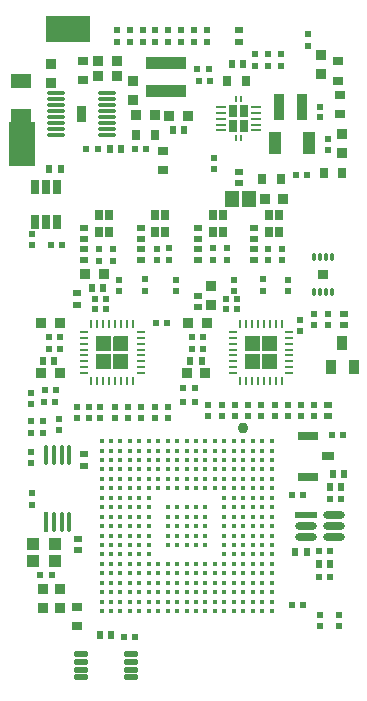
<source format=gtp>
G04*
G04 #@! TF.GenerationSoftware,Altium Limited,Altium Designer,22.8.2 (66)*
G04*
G04 Layer_Color=8421504*
%FSLAX25Y25*%
%MOIN*%
G70*
G04*
G04 #@! TF.SameCoordinates,FBB38BD8-B248-4C14-88E0-E7BD1AE39475*
G04*
G04*
G04 #@! TF.FilePolarity,Positive*
G04*
G01*
G75*
%ADD26R,0.02677X0.04134*%
%ADD27R,0.01024X0.01968*%
G04:AMPARAMS|DCode=28|XSize=25.59mil|YSize=47.24mil|CornerRadius=1.92mil|HoleSize=0mil|Usage=FLASHONLY|Rotation=180.000|XOffset=0mil|YOffset=0mil|HoleType=Round|Shape=RoundedRectangle|*
%AMROUNDEDRECTD28*
21,1,0.02559,0.04341,0,0,180.0*
21,1,0.02175,0.04724,0,0,180.0*
1,1,0.00384,-0.01088,0.02170*
1,1,0.00384,0.01088,0.02170*
1,1,0.00384,0.01088,-0.02170*
1,1,0.00384,-0.01088,-0.02170*
%
%ADD28ROUNDEDRECTD28*%
%ADD29R,0.06890X0.04724*%
%ADD30R,0.02362X0.02520*%
%ADD31R,0.02520X0.02362*%
G04:AMPARAMS|DCode=32|XSize=43.31mil|YSize=39.37mil|CornerRadius=2.36mil|HoleSize=0mil|Usage=FLASHONLY|Rotation=180.000|XOffset=0mil|YOffset=0mil|HoleType=Round|Shape=RoundedRectangle|*
%AMROUNDEDRECTD32*
21,1,0.04331,0.03465,0,0,180.0*
21,1,0.03858,0.03937,0,0,180.0*
1,1,0.00472,-0.01929,0.01732*
1,1,0.00472,0.01929,0.01732*
1,1,0.00472,0.01929,-0.01732*
1,1,0.00472,-0.01929,-0.01732*
%
%ADD32ROUNDEDRECTD32*%
%ADD33R,0.02300X0.02000*%
%ADD34R,0.08700X0.14700*%
%ADD35R,0.14700X0.08700*%
%ADD36C,0.01575*%
%ADD37R,0.01968X0.02165*%
%ADD38R,0.03740X0.03347*%
%ADD39R,0.03740X0.02953*%
%ADD40R,0.02000X0.02300*%
%ADD41R,0.03200X0.04600*%
%ADD42R,0.04545X0.05339*%
%ADD43R,0.02165X0.01968*%
%ADD44R,0.03347X0.03740*%
%ADD45R,0.02362X0.02165*%
G04:AMPARAMS|DCode=46|XSize=65.17mil|YSize=14.99mil|CornerRadius=7.5mil|HoleSize=0mil|Usage=FLASHONLY|Rotation=90.000|XOffset=0mil|YOffset=0mil|HoleType=Round|Shape=RoundedRectangle|*
%AMROUNDEDRECTD46*
21,1,0.06517,0.00000,0,0,90.0*
21,1,0.05018,0.01499,0,0,90.0*
1,1,0.01499,0.00000,0.02509*
1,1,0.01499,0.00000,-0.02509*
1,1,0.01499,0.00000,-0.02509*
1,1,0.01499,0.00000,0.02509*
%
%ADD46ROUNDEDRECTD46*%
%ADD47R,0.01499X0.06517*%
G04:AMPARAMS|DCode=48|XSize=9.84mil|YSize=23.62mil|CornerRadius=1.97mil|HoleSize=0mil|Usage=FLASHONLY|Rotation=180.000|XOffset=0mil|YOffset=0mil|HoleType=Round|Shape=RoundedRectangle|*
%AMROUNDEDRECTD48*
21,1,0.00984,0.01968,0,0,180.0*
21,1,0.00591,0.02362,0,0,180.0*
1,1,0.00394,-0.00295,0.00984*
1,1,0.00394,0.00295,0.00984*
1,1,0.00394,0.00295,-0.00984*
1,1,0.00394,-0.00295,-0.00984*
%
%ADD48ROUNDEDRECTD48*%
G04:AMPARAMS|DCode=49|XSize=23.62mil|YSize=9.84mil|CornerRadius=1.97mil|HoleSize=0mil|Usage=FLASHONLY|Rotation=180.000|XOffset=0mil|YOffset=0mil|HoleType=Round|Shape=RoundedRectangle|*
%AMROUNDEDRECTD49*
21,1,0.02362,0.00591,0,0,180.0*
21,1,0.01968,0.00984,0,0,180.0*
1,1,0.00394,-0.00984,0.00295*
1,1,0.00394,0.00984,0.00295*
1,1,0.00394,0.00984,-0.00295*
1,1,0.00394,-0.00984,-0.00295*
%
%ADD49ROUNDEDRECTD49*%
G04:AMPARAMS|DCode=50|XSize=9.06mil|YSize=31.5mil|CornerRadius=1mil|HoleSize=0mil|Usage=FLASHONLY|Rotation=90.000|XOffset=0mil|YOffset=0mil|HoleType=Round|Shape=RoundedRectangle|*
%AMROUNDEDRECTD50*
21,1,0.00906,0.02950,0,0,90.0*
21,1,0.00706,0.03150,0,0,90.0*
1,1,0.00200,0.01475,0.00353*
1,1,0.00200,0.01475,-0.00353*
1,1,0.00200,-0.01475,-0.00353*
1,1,0.00200,-0.01475,0.00353*
%
%ADD50ROUNDEDRECTD50*%
%ADD51R,0.02953X0.03543*%
%ADD52R,0.03543X0.02953*%
%ADD53R,0.03347X0.09055*%
%ADD54R,0.13386X0.03858*%
G04:AMPARAMS|DCode=55|XSize=57.09mil|YSize=11.02mil|CornerRadius=1.38mil|HoleSize=0mil|Usage=FLASHONLY|Rotation=0.000|XOffset=0mil|YOffset=0mil|HoleType=Round|Shape=RoundedRectangle|*
%AMROUNDEDRECTD55*
21,1,0.05709,0.00827,0,0,0.0*
21,1,0.05433,0.01102,0,0,0.0*
1,1,0.00276,0.02717,-0.00413*
1,1,0.00276,-0.02717,-0.00413*
1,1,0.00276,-0.02717,0.00413*
1,1,0.00276,0.02717,0.00413*
%
%ADD55ROUNDEDRECTD55*%
G04:AMPARAMS|DCode=56|XSize=27.95mil|YSize=10.63mil|CornerRadius=3.72mil|HoleSize=0mil|Usage=FLASHONLY|Rotation=270.000|XOffset=0mil|YOffset=0mil|HoleType=Round|Shape=RoundedRectangle|*
%AMROUNDEDRECTD56*
21,1,0.02795,0.00319,0,0,270.0*
21,1,0.02051,0.01063,0,0,270.0*
1,1,0.00744,-0.00160,-0.01026*
1,1,0.00744,-0.00160,0.01026*
1,1,0.00744,0.00160,0.01026*
1,1,0.00744,0.00160,-0.01026*
%
%ADD56ROUNDEDRECTD56*%
%ADD57R,0.07301X0.02410*%
G04:AMPARAMS|DCode=58|XSize=73.01mil|YSize=24.1mil|CornerRadius=12.05mil|HoleSize=0mil|Usage=FLASHONLY|Rotation=0.000|XOffset=0mil|YOffset=0mil|HoleType=Round|Shape=RoundedRectangle|*
%AMROUNDEDRECTD58*
21,1,0.07301,0.00000,0,0,0.0*
21,1,0.04891,0.02410,0,0,0.0*
1,1,0.02410,0.02445,0.00000*
1,1,0.02410,-0.02445,0.00000*
1,1,0.02410,-0.02445,0.00000*
1,1,0.02410,0.02445,0.00000*
%
%ADD58ROUNDEDRECTD58*%
G04:AMPARAMS|DCode=59|XSize=17.72mil|YSize=45.28mil|CornerRadius=1.95mil|HoleSize=0mil|Usage=FLASHONLY|Rotation=270.000|XOffset=0mil|YOffset=0mil|HoleType=Round|Shape=RoundedRectangle|*
%AMROUNDEDRECTD59*
21,1,0.01772,0.04138,0,0,270.0*
21,1,0.01382,0.04528,0,0,270.0*
1,1,0.00390,-0.02069,-0.00691*
1,1,0.00390,-0.02069,0.00691*
1,1,0.00390,0.02069,0.00691*
1,1,0.00390,0.02069,-0.00691*
%
%ADD59ROUNDEDRECTD59*%
%ADD60R,0.04331X0.03150*%
%ADD61R,0.06693X0.03150*%
%ADD62R,0.02559X0.03347*%
%ADD63C,0.03637*%
%ADD64R,0.04464X0.07200*%
%ADD65R,0.03100X0.03700*%
G36*
X27610Y189720D02*
X24358D01*
Y195319D01*
X27610D01*
Y189720D01*
D02*
G37*
G36*
X108228Y137343D02*
X104764D01*
Y140571D01*
X108228D01*
Y137343D01*
D02*
G37*
G36*
X91135Y118356D02*
X91190Y118300D01*
X91220Y118228D01*
Y118189D01*
Y113583D01*
Y113543D01*
X91190Y113471D01*
X91135Y113416D01*
X91063Y113386D01*
X86378D01*
X86306Y113416D01*
X86250Y113471D01*
X86221Y113543D01*
Y113583D01*
Y118189D01*
Y118228D01*
X86250Y118300D01*
X86306Y118356D01*
X86378Y118386D01*
X91063D01*
X91135Y118356D01*
D02*
G37*
G36*
X85348D02*
X85403Y118300D01*
X85433Y118228D01*
Y118189D01*
Y113583D01*
Y113543D01*
X85403Y113471D01*
X85348Y113416D01*
X85275Y113386D01*
X80591D01*
X80518Y113416D01*
X80463Y113471D01*
X80433Y113543D01*
Y113583D01*
Y118189D01*
Y118228D01*
X80463Y118300D01*
X80518Y118356D01*
X80591Y118386D01*
X85275D01*
X85348Y118356D01*
D02*
G37*
G36*
X41529D02*
X41584Y118300D01*
X41614Y118228D01*
Y118189D01*
Y113583D01*
Y113543D01*
X41584Y113471D01*
X41529Y113416D01*
X41456Y113386D01*
X36772D01*
X36700Y113416D01*
X36644Y113471D01*
X36614Y113543D01*
Y113583D01*
Y118189D01*
Y118228D01*
X36644Y118300D01*
X36700Y118356D01*
X36772Y118386D01*
X41456D01*
X41529Y118356D01*
D02*
G37*
G36*
X35741D02*
X35797Y118300D01*
X35827Y118228D01*
Y118189D01*
Y113583D01*
Y113543D01*
X35797Y113471D01*
X35741Y113416D01*
X35669Y113386D01*
X30985D01*
X30912Y113416D01*
X30857Y113471D01*
X30827Y113543D01*
Y113583D01*
Y118189D01*
Y118228D01*
X30857Y118300D01*
X30912Y118356D01*
X30985Y118386D01*
X35669D01*
X35741Y118356D01*
D02*
G37*
G36*
X91135Y112568D02*
X91190Y112513D01*
X91220Y112441D01*
Y112402D01*
Y107795D01*
Y107756D01*
X91190Y107684D01*
X91135Y107628D01*
X91063Y107598D01*
X86378D01*
X86306Y107628D01*
X86250Y107684D01*
X86221Y107756D01*
Y107795D01*
Y112402D01*
Y112441D01*
X86250Y112513D01*
X86306Y112568D01*
X86378Y112598D01*
X91063D01*
X91135Y112568D01*
D02*
G37*
G36*
X85348D02*
X85403Y112513D01*
X85433Y112441D01*
Y112402D01*
Y107795D01*
Y107756D01*
X85403Y107684D01*
X85348Y107628D01*
X85275Y107598D01*
X80591D01*
X80518Y107628D01*
X80463Y107684D01*
X80433Y107756D01*
Y107795D01*
Y112402D01*
Y112441D01*
X80463Y112513D01*
X80518Y112568D01*
X80591Y112598D01*
X85275D01*
X85348Y112568D01*
D02*
G37*
G36*
X41529D02*
X41584Y112513D01*
X41614Y112441D01*
Y112402D01*
Y107795D01*
Y107756D01*
X41584Y107684D01*
X41529Y107628D01*
X41456Y107598D01*
X36772D01*
X36700Y107628D01*
X36644Y107684D01*
X36614Y107756D01*
Y107795D01*
Y112402D01*
Y112441D01*
X36644Y112513D01*
X36700Y112568D01*
X36772Y112598D01*
X41456D01*
X41529Y112568D01*
D02*
G37*
G36*
X35741D02*
X35797Y112513D01*
X35827Y112441D01*
Y112402D01*
Y107795D01*
Y107756D01*
X35797Y107684D01*
X35741Y107628D01*
X35669Y107598D01*
X30985D01*
X30912Y107628D01*
X30857Y107684D01*
X30827Y107756D01*
Y107795D01*
Y112402D01*
Y112441D01*
X30857Y112513D01*
X30912Y112568D01*
X30985Y112598D01*
X35669D01*
X35741Y112568D01*
D02*
G37*
D26*
X76575Y193445D02*
D03*
X80118D02*
D03*
Y188445D02*
D03*
X76575D02*
D03*
D27*
X77362Y197362D02*
D03*
X79331D02*
D03*
Y184528D02*
D03*
X77362D02*
D03*
D28*
X10360Y168207D02*
D03*
X14100D02*
D03*
X17840D02*
D03*
Y156593D02*
D03*
X14100D02*
D03*
X10360D02*
D03*
D29*
X5900Y191991D02*
D03*
Y203409D02*
D03*
D30*
X16968Y110236D02*
D03*
X13189D02*
D03*
X32010Y18700D02*
D03*
X35790D02*
D03*
X39291Y180709D02*
D03*
X35512D02*
D03*
X33190Y134500D02*
D03*
X29410D02*
D03*
X19090Y174300D02*
D03*
X15310D02*
D03*
X105197Y42520D02*
D03*
X108976D02*
D03*
X97323Y46457D02*
D03*
X101102D02*
D03*
X108740Y68110D02*
D03*
X112520D02*
D03*
X62283Y110236D02*
D03*
X66063D02*
D03*
X109803Y72441D02*
D03*
X113583D02*
D03*
X79843Y209055D02*
D03*
X76063D02*
D03*
X56389Y187019D02*
D03*
X60168D02*
D03*
D31*
X24900Y47110D02*
D03*
Y50890D02*
D03*
X24500Y128910D02*
D03*
Y132690D02*
D03*
X78347Y216614D02*
D03*
Y220394D02*
D03*
X113386Y122126D02*
D03*
Y125906D02*
D03*
X64961Y128110D02*
D03*
Y131890D02*
D03*
X83465Y147559D02*
D03*
Y143780D02*
D03*
Y150866D02*
D03*
Y154646D02*
D03*
X64961Y150866D02*
D03*
Y154646D02*
D03*
Y147559D02*
D03*
Y143780D02*
D03*
X45669Y150866D02*
D03*
Y154646D02*
D03*
Y147559D02*
D03*
Y143780D02*
D03*
X26772Y147559D02*
D03*
Y143780D02*
D03*
Y150866D02*
D03*
Y154646D02*
D03*
X26772Y79055D02*
D03*
Y75276D02*
D03*
X108268Y95591D02*
D03*
Y91811D02*
D03*
X78347Y169370D02*
D03*
Y173150D02*
D03*
D32*
X17081Y49266D02*
D03*
X9994D02*
D03*
X17081Y43360D02*
D03*
X9994D02*
D03*
D33*
X83858Y212330D02*
D03*
Y208530D02*
D03*
X13100Y86200D02*
D03*
Y90000D02*
D03*
X101600Y215200D02*
D03*
Y219000D02*
D03*
X90382Y91801D02*
D03*
Y95601D02*
D03*
X81609Y95601D02*
D03*
Y91801D02*
D03*
X111700Y25522D02*
D03*
Y21722D02*
D03*
X105512Y25522D02*
D03*
Y21722D02*
D03*
X85996Y95601D02*
D03*
Y91801D02*
D03*
X68110Y95601D02*
D03*
Y91801D02*
D03*
X54724Y94813D02*
D03*
Y91013D02*
D03*
X103543Y95601D02*
D03*
Y91801D02*
D03*
X99156Y95601D02*
D03*
Y91801D02*
D03*
X94769Y95601D02*
D03*
Y91801D02*
D03*
X77222Y95601D02*
D03*
Y91801D02*
D03*
X72835Y95601D02*
D03*
Y91801D02*
D03*
X37177Y94813D02*
D03*
Y91013D02*
D03*
X50337Y94813D02*
D03*
Y91013D02*
D03*
X41563Y94813D02*
D03*
Y91013D02*
D03*
X32283Y94813D02*
D03*
Y91013D02*
D03*
X24409Y94813D02*
D03*
Y91013D02*
D03*
X45950Y94813D02*
D03*
Y91013D02*
D03*
X9055Y99538D02*
D03*
Y95738D02*
D03*
X69685Y147687D02*
D03*
Y143887D02*
D03*
X74410Y147687D02*
D03*
Y143887D02*
D03*
X55118Y147687D02*
D03*
Y143887D02*
D03*
X51181Y147569D02*
D03*
Y143769D02*
D03*
X47244Y133533D02*
D03*
Y137333D02*
D03*
X36614Y147452D02*
D03*
Y143652D02*
D03*
X31890Y147452D02*
D03*
Y143652D02*
D03*
X88189Y147569D02*
D03*
Y143769D02*
D03*
X92713Y147569D02*
D03*
Y143769D02*
D03*
X86614Y133533D02*
D03*
Y137333D02*
D03*
X108268Y184184D02*
D03*
Y180384D02*
D03*
X70079Y177884D02*
D03*
Y174084D02*
D03*
X54724Y220404D02*
D03*
Y216604D02*
D03*
X63386Y220404D02*
D03*
Y216604D02*
D03*
X92520Y212330D02*
D03*
Y208530D02*
D03*
X88189Y212330D02*
D03*
Y208530D02*
D03*
X50394Y220404D02*
D03*
Y216604D02*
D03*
X46457Y220404D02*
D03*
Y216604D02*
D03*
X9400Y148700D02*
D03*
Y152500D02*
D03*
X28403Y91013D02*
D03*
Y94813D02*
D03*
X9055Y79853D02*
D03*
Y76053D02*
D03*
X9449Y66073D02*
D03*
Y62273D02*
D03*
X18504Y90876D02*
D03*
Y87076D02*
D03*
X9055Y90000D02*
D03*
Y86200D02*
D03*
X42100Y220400D02*
D03*
Y216600D02*
D03*
X37800Y220400D02*
D03*
Y216600D02*
D03*
X67716Y216604D02*
D03*
Y220404D02*
D03*
X59055D02*
D03*
Y216604D02*
D03*
D34*
X6100Y182600D02*
D03*
D35*
X21400Y220700D02*
D03*
D36*
X32677Y83465D02*
D03*
X35827D02*
D03*
X38976D02*
D03*
X42126D02*
D03*
X45276D02*
D03*
X48425D02*
D03*
X51575D02*
D03*
X54724D02*
D03*
X57874D02*
D03*
X61024D02*
D03*
X64173D02*
D03*
X67323D02*
D03*
X70472D02*
D03*
X73622D02*
D03*
X76772D02*
D03*
X79921D02*
D03*
X83071D02*
D03*
X86221D02*
D03*
X89370D02*
D03*
X32677Y80315D02*
D03*
X35827D02*
D03*
X38976D02*
D03*
X42126D02*
D03*
X45276D02*
D03*
X48425D02*
D03*
X51575D02*
D03*
X54724D02*
D03*
X57874D02*
D03*
X61024D02*
D03*
X64173D02*
D03*
X67323D02*
D03*
X70472D02*
D03*
X73622D02*
D03*
X76772D02*
D03*
X79921D02*
D03*
X83071D02*
D03*
X86221D02*
D03*
X89370D02*
D03*
X32677Y77165D02*
D03*
X35827D02*
D03*
X38976D02*
D03*
X42126D02*
D03*
X45276D02*
D03*
X48425D02*
D03*
X51575D02*
D03*
X54724D02*
D03*
X57874D02*
D03*
X61024D02*
D03*
X64173D02*
D03*
X67323D02*
D03*
X70472D02*
D03*
X73622D02*
D03*
X76772D02*
D03*
X79921D02*
D03*
X83071D02*
D03*
X86221D02*
D03*
X89370D02*
D03*
X32677Y74016D02*
D03*
X35827D02*
D03*
X38976D02*
D03*
X42126D02*
D03*
X45276D02*
D03*
X48425D02*
D03*
X51575D02*
D03*
X54724D02*
D03*
X57874D02*
D03*
X61024D02*
D03*
X64173D02*
D03*
X67323D02*
D03*
X70472D02*
D03*
X73622D02*
D03*
X76772D02*
D03*
X79921D02*
D03*
X83071D02*
D03*
X86221D02*
D03*
X89370D02*
D03*
X32677Y70866D02*
D03*
X35827D02*
D03*
X38976D02*
D03*
X42126D02*
D03*
X45276D02*
D03*
X48425D02*
D03*
X51575D02*
D03*
X54724D02*
D03*
X57874D02*
D03*
X61024D02*
D03*
X64173D02*
D03*
X67323D02*
D03*
X70472D02*
D03*
X73622D02*
D03*
X76772D02*
D03*
X79921D02*
D03*
X83071D02*
D03*
X86221D02*
D03*
X89370D02*
D03*
X32677Y67716D02*
D03*
X35827D02*
D03*
X38976D02*
D03*
X42126D02*
D03*
X45276D02*
D03*
X48425D02*
D03*
X51575D02*
D03*
X54724D02*
D03*
X57874D02*
D03*
X61024D02*
D03*
X64173D02*
D03*
X67323D02*
D03*
X70472D02*
D03*
X73622D02*
D03*
X76772D02*
D03*
X79921D02*
D03*
X83071D02*
D03*
X86221D02*
D03*
X89370D02*
D03*
X32677Y64567D02*
D03*
X35827D02*
D03*
X38976D02*
D03*
X42126D02*
D03*
X45276D02*
D03*
X48425D02*
D03*
X73622D02*
D03*
X76772D02*
D03*
X79921D02*
D03*
X83071D02*
D03*
X86221D02*
D03*
X89370D02*
D03*
X32677Y61417D02*
D03*
X35827D02*
D03*
X38976D02*
D03*
X42126D02*
D03*
X45276D02*
D03*
X48425D02*
D03*
X54724D02*
D03*
X57874D02*
D03*
X61024D02*
D03*
X64173D02*
D03*
X67323D02*
D03*
X73622D02*
D03*
X76772D02*
D03*
X79921D02*
D03*
X83071D02*
D03*
X86221D02*
D03*
X89370D02*
D03*
X32677Y58268D02*
D03*
X35827D02*
D03*
X38976D02*
D03*
X42126D02*
D03*
X45276D02*
D03*
X48425D02*
D03*
X54724D02*
D03*
X57874D02*
D03*
X61024D02*
D03*
X64173D02*
D03*
X67323D02*
D03*
X73622D02*
D03*
X76772D02*
D03*
X79921D02*
D03*
X83071D02*
D03*
X86221D02*
D03*
X89370D02*
D03*
X32677Y55118D02*
D03*
X35827D02*
D03*
X38976D02*
D03*
X42126D02*
D03*
X45276D02*
D03*
X48425D02*
D03*
X54724D02*
D03*
X57874D02*
D03*
X61024D02*
D03*
X64173D02*
D03*
X67323D02*
D03*
X73622D02*
D03*
X76772D02*
D03*
X79921D02*
D03*
X83071D02*
D03*
X86221D02*
D03*
X89370D02*
D03*
X32677Y51968D02*
D03*
X35827D02*
D03*
X38976D02*
D03*
X42126D02*
D03*
X45276D02*
D03*
X48425D02*
D03*
X54724D02*
D03*
X57874D02*
D03*
X61024D02*
D03*
X64173D02*
D03*
X67323D02*
D03*
X73622D02*
D03*
X76772D02*
D03*
X79921D02*
D03*
X83071D02*
D03*
X86221D02*
D03*
X89370D02*
D03*
X32677Y48819D02*
D03*
X35827D02*
D03*
X38976D02*
D03*
X42126D02*
D03*
X45276D02*
D03*
X48425D02*
D03*
X54724D02*
D03*
X57874D02*
D03*
X61024D02*
D03*
X64173D02*
D03*
X67323D02*
D03*
X73622D02*
D03*
X76772D02*
D03*
X79921D02*
D03*
X83071D02*
D03*
X86221D02*
D03*
X89370D02*
D03*
X32677Y45669D02*
D03*
X35827D02*
D03*
X38976D02*
D03*
X42126D02*
D03*
X45276D02*
D03*
X48425D02*
D03*
X73622D02*
D03*
X76772D02*
D03*
X79921D02*
D03*
X83071D02*
D03*
X86221D02*
D03*
X89370D02*
D03*
X32677Y42520D02*
D03*
X35827D02*
D03*
X38976D02*
D03*
X42126D02*
D03*
X45276D02*
D03*
X48425D02*
D03*
X51575D02*
D03*
X54724D02*
D03*
X57874D02*
D03*
X61024D02*
D03*
X64173D02*
D03*
X67323D02*
D03*
X70472D02*
D03*
X73622D02*
D03*
X76772D02*
D03*
X79921D02*
D03*
X83071D02*
D03*
X86221D02*
D03*
X89370D02*
D03*
X32677Y39370D02*
D03*
X35827D02*
D03*
X38976D02*
D03*
X42126D02*
D03*
X45276D02*
D03*
X48425D02*
D03*
X51575D02*
D03*
X54724D02*
D03*
X57874D02*
D03*
X61024D02*
D03*
X64173D02*
D03*
X67323D02*
D03*
X70472D02*
D03*
X73622D02*
D03*
X76772D02*
D03*
X79921D02*
D03*
X83071D02*
D03*
X86221D02*
D03*
X89370D02*
D03*
X32677Y36220D02*
D03*
X35827D02*
D03*
X38976D02*
D03*
X42126D02*
D03*
X45276D02*
D03*
X48425D02*
D03*
X51575D02*
D03*
X54724D02*
D03*
X57874D02*
D03*
X61024D02*
D03*
X64173D02*
D03*
X67323D02*
D03*
X70472D02*
D03*
X73622D02*
D03*
X76772D02*
D03*
X79921D02*
D03*
X83071D02*
D03*
X86221D02*
D03*
X89370D02*
D03*
X32677Y33071D02*
D03*
X35827D02*
D03*
X38976D02*
D03*
X42126D02*
D03*
X45276D02*
D03*
X48425D02*
D03*
X51575D02*
D03*
X54724D02*
D03*
X57874D02*
D03*
X61024D02*
D03*
X64173D02*
D03*
X67323D02*
D03*
X70472D02*
D03*
X73622D02*
D03*
X76772D02*
D03*
X79921D02*
D03*
X83071D02*
D03*
X86221D02*
D03*
X89370D02*
D03*
X32677Y29921D02*
D03*
X35827D02*
D03*
X38976D02*
D03*
X42126D02*
D03*
X45276D02*
D03*
X48425D02*
D03*
X51575D02*
D03*
X54724D02*
D03*
X57874D02*
D03*
X61024D02*
D03*
X64173D02*
D03*
X67323D02*
D03*
X70472D02*
D03*
X73622D02*
D03*
X76772D02*
D03*
X79921D02*
D03*
X83071D02*
D03*
X86221D02*
D03*
X89370D02*
D03*
X32677Y26772D02*
D03*
X35827D02*
D03*
X38976D02*
D03*
X42126D02*
D03*
X45276D02*
D03*
X48425D02*
D03*
X51575D02*
D03*
X54724D02*
D03*
X57874D02*
D03*
X61024D02*
D03*
X64173D02*
D03*
X67323D02*
D03*
X70472D02*
D03*
X73622D02*
D03*
X76772D02*
D03*
X79921D02*
D03*
X83071D02*
D03*
X86221D02*
D03*
X89370D02*
D03*
D37*
X40230Y18200D02*
D03*
X43970D02*
D03*
X74114Y127559D02*
D03*
X77854D02*
D03*
X74114Y130709D02*
D03*
X77854D02*
D03*
X50829Y122835D02*
D03*
X54569D02*
D03*
X30413Y130709D02*
D03*
X34154D02*
D03*
X30413Y127559D02*
D03*
X34154D02*
D03*
X99902Y28740D02*
D03*
X96161D02*
D03*
X101083Y172047D02*
D03*
X97342D02*
D03*
X68799Y203543D02*
D03*
X65059D02*
D03*
D38*
X18800Y27950D02*
D03*
Y34250D02*
D03*
X105905Y205947D02*
D03*
Y212246D02*
D03*
X69279Y135039D02*
D03*
Y128740D02*
D03*
X13200Y34250D02*
D03*
Y27950D02*
D03*
X112992Y179528D02*
D03*
Y185827D02*
D03*
X43307Y203543D02*
D03*
Y197244D02*
D03*
X15748Y202756D02*
D03*
Y209055D02*
D03*
D39*
X111417Y203346D02*
D03*
Y210039D02*
D03*
D40*
X31428Y180709D02*
D03*
X27628D02*
D03*
X66467Y114173D02*
D03*
X62667D02*
D03*
X66467Y118110D02*
D03*
X62667D02*
D03*
X108869Y46850D02*
D03*
X105069D02*
D03*
X108987Y38189D02*
D03*
X105187D02*
D03*
X99932Y65354D02*
D03*
X96131D02*
D03*
X108730Y64117D02*
D03*
X112530D02*
D03*
X109517Y85433D02*
D03*
X113317D02*
D03*
X59911Y101181D02*
D03*
X63711D02*
D03*
X18829Y118110D02*
D03*
X15029D02*
D03*
X18829Y114173D02*
D03*
X15029D02*
D03*
X17300Y96600D02*
D03*
X13500D02*
D03*
X17500Y100400D02*
D03*
X13700D02*
D03*
X68435Y207480D02*
D03*
X64635D02*
D03*
X43769Y180709D02*
D03*
X47569D02*
D03*
X19500Y148800D02*
D03*
X15700D02*
D03*
X12273Y38746D02*
D03*
X16073D02*
D03*
X59911Y96457D02*
D03*
X63711D02*
D03*
D41*
X109252Y108205D02*
D03*
X116732D02*
D03*
X112992Y116205D02*
D03*
D42*
X76276Y164173D02*
D03*
X81992D02*
D03*
D43*
X76878Y137303D02*
D03*
Y133563D02*
D03*
X57480Y137303D02*
D03*
Y133563D02*
D03*
X108268Y125886D02*
D03*
Y122146D02*
D03*
X103543Y125886D02*
D03*
Y122146D02*
D03*
X94882Y137303D02*
D03*
Y133563D02*
D03*
X98819Y120177D02*
D03*
Y123917D02*
D03*
X38583Y133563D02*
D03*
Y137303D02*
D03*
D44*
X18898Y122835D02*
D03*
X12598D02*
D03*
X61417D02*
D03*
X67716D02*
D03*
X61024Y106299D02*
D03*
X67323D02*
D03*
X27250Y139100D02*
D03*
X33550D02*
D03*
X12598Y106299D02*
D03*
X18898D02*
D03*
X55118Y191732D02*
D03*
X61417D02*
D03*
X50394Y192126D02*
D03*
X44094D02*
D03*
X31496Y210236D02*
D03*
X37795D02*
D03*
X31496Y205118D02*
D03*
X37795D02*
D03*
X93307Y164173D02*
D03*
X87008D02*
D03*
D45*
X105512Y194980D02*
D03*
Y191634D02*
D03*
D46*
X14272Y78840D02*
D03*
X16831D02*
D03*
X19390D02*
D03*
X21949D02*
D03*
Y56593D02*
D03*
X19390D02*
D03*
X16831D02*
D03*
D47*
X14272D02*
D03*
D48*
X92716Y103543D02*
D03*
X90748D02*
D03*
X88779D02*
D03*
X86811D02*
D03*
X84842D02*
D03*
X82874D02*
D03*
X80905D02*
D03*
X78937D02*
D03*
Y122441D02*
D03*
X80905D02*
D03*
X82874D02*
D03*
X84842D02*
D03*
X86811D02*
D03*
X88779D02*
D03*
X90748D02*
D03*
X92716D02*
D03*
X43110Y103543D02*
D03*
X41142D02*
D03*
X39173D02*
D03*
X37205D02*
D03*
X35236D02*
D03*
X33268D02*
D03*
X31299D02*
D03*
X29331D02*
D03*
Y122441D02*
D03*
X31299D02*
D03*
X33268D02*
D03*
X35236D02*
D03*
X37205D02*
D03*
X39173D02*
D03*
X41142D02*
D03*
X43110D02*
D03*
D49*
X76378Y106102D02*
D03*
Y108071D02*
D03*
Y110039D02*
D03*
Y112008D02*
D03*
Y113976D02*
D03*
Y115945D02*
D03*
Y117913D02*
D03*
Y119882D02*
D03*
X95276D02*
D03*
Y117913D02*
D03*
Y115945D02*
D03*
Y113976D02*
D03*
Y112008D02*
D03*
Y110039D02*
D03*
Y108071D02*
D03*
Y106102D02*
D03*
X26772D02*
D03*
Y108071D02*
D03*
Y110039D02*
D03*
Y112008D02*
D03*
Y113976D02*
D03*
Y115945D02*
D03*
Y117913D02*
D03*
Y119882D02*
D03*
X45669D02*
D03*
Y117913D02*
D03*
Y115945D02*
D03*
Y113976D02*
D03*
Y112008D02*
D03*
Y110039D02*
D03*
Y108071D02*
D03*
Y106102D02*
D03*
D50*
X72539Y194882D02*
D03*
Y192913D02*
D03*
Y190945D02*
D03*
Y188976D02*
D03*
Y187008D02*
D03*
X84153D02*
D03*
Y188976D02*
D03*
Y190945D02*
D03*
Y192913D02*
D03*
Y194882D02*
D03*
D51*
X80709Y203543D02*
D03*
X74410D02*
D03*
X86221Y170866D02*
D03*
X92520D02*
D03*
X44094Y185433D02*
D03*
X50394D02*
D03*
D52*
X112311Y198933D02*
D03*
Y192634D02*
D03*
X24500Y21950D02*
D03*
Y28250D02*
D03*
X26378Y203937D02*
D03*
Y210236D02*
D03*
X53040Y173830D02*
D03*
Y180129D02*
D03*
D53*
X99508Y194882D02*
D03*
X91831D02*
D03*
D54*
X54331Y209390D02*
D03*
Y200059D02*
D03*
D55*
X17480Y199409D02*
D03*
Y197441D02*
D03*
Y195473D02*
D03*
Y193504D02*
D03*
Y191535D02*
D03*
Y189567D02*
D03*
Y187598D02*
D03*
Y185630D02*
D03*
X34488D02*
D03*
Y187598D02*
D03*
Y189567D02*
D03*
Y191535D02*
D03*
Y193504D02*
D03*
Y195473D02*
D03*
Y197441D02*
D03*
Y199409D02*
D03*
D56*
X109449Y144843D02*
D03*
X107480D02*
D03*
X105512D02*
D03*
X103543D02*
D03*
Y133071D02*
D03*
X105512D02*
D03*
X107480D02*
D03*
X109449D02*
D03*
D57*
X100983Y58858D02*
D03*
D58*
Y55118D02*
D03*
Y51378D02*
D03*
X110040D02*
D03*
Y55118D02*
D03*
Y58858D02*
D03*
D59*
X25834Y12439D02*
D03*
Y9879D02*
D03*
Y7321D02*
D03*
Y4761D02*
D03*
X42566Y12439D02*
D03*
Y9879D02*
D03*
Y7321D02*
D03*
Y4761D02*
D03*
D60*
X108071Y78347D02*
D03*
D61*
X101575Y85039D02*
D03*
Y71653D02*
D03*
D62*
X35276Y158780D02*
D03*
X31890D02*
D03*
X35276Y153032D02*
D03*
X31890D02*
D03*
X91732Y158780D02*
D03*
X88346D02*
D03*
X91732Y153032D02*
D03*
X88346D02*
D03*
X73176Y158780D02*
D03*
X69790D02*
D03*
X73176Y153032D02*
D03*
X69790D02*
D03*
X53832Y158780D02*
D03*
X50446D02*
D03*
X53832Y153032D02*
D03*
X50446D02*
D03*
D63*
X79921Y87795D02*
D03*
D64*
X101772Y182677D02*
D03*
X90354D02*
D03*
D65*
X112854Y172835D02*
D03*
X106831D02*
D03*
M02*

</source>
